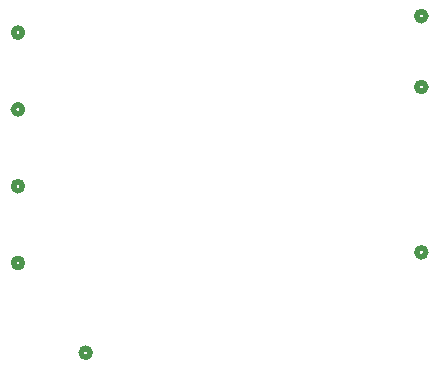
<source format=gbo>
%TF.GenerationSoftware,KiCad,Pcbnew,9.0.0*%
%TF.CreationDate,2025-09-04T17:25:07-04:00*%
%TF.ProjectId,OlfactoryDisplay,4f6c6661-6374-46f7-9279-446973706c61,rev?*%
%TF.SameCoordinates,Original*%
%TF.FileFunction,Legend,Bot*%
%TF.FilePolarity,Positive*%
%FSLAX46Y46*%
G04 Gerber Fmt 4.6, Leading zero omitted, Abs format (unit mm)*
G04 Created by KiCad (PCBNEW 9.0.0) date 2025-09-04 17:25:07*
%MOMM*%
%LPD*%
G01*
G04 APERTURE LIST*
%ADD10C,0.508000*%
%ADD11C,1.270000*%
%ADD12C,1.524000*%
%ADD13R,1.288000X1.288000*%
%ADD14C,1.288000*%
G04 APERTURE END LIST*
D10*
%TO.C,J3*%
X87939402Y-69901700D02*
G75*
G02*
X87177402Y-69901700I-381000J0D01*
G01*
X87177402Y-69901700D02*
G75*
G02*
X87939402Y-69901700I381000J0D01*
G01*
%TO.C,J2*%
X87939401Y-63401700D02*
G75*
G02*
X87177401Y-63401700I-381000J0D01*
G01*
X87177401Y-63401700D02*
G75*
G02*
X87939401Y-63401700I381000J0D01*
G01*
%TO.C,J9*%
X122089400Y-61500000D02*
G75*
G02*
X121327400Y-61500000I-381000J0D01*
G01*
X121327400Y-61500000D02*
G75*
G02*
X122089400Y-61500000I381000J0D01*
G01*
%TO.C,J6*%
X122089400Y-55500000D02*
G75*
G02*
X121327400Y-55500000I-381000J0D01*
G01*
X121327400Y-55500000D02*
G75*
G02*
X122089400Y-55500000I381000J0D01*
G01*
%TO.C,J4*%
X87939401Y-76401700D02*
G75*
G02*
X87177401Y-76401700I-381000J0D01*
G01*
X87177401Y-76401700D02*
G75*
G02*
X87939401Y-76401700I381000J0D01*
G01*
%TO.C,J1*%
X87939401Y-56901700D02*
G75*
G02*
X87177401Y-56901700I-381000J0D01*
G01*
X87177401Y-56901700D02*
G75*
G02*
X87939401Y-56901700I381000J0D01*
G01*
%TO.C,J7*%
X93672599Y-84000000D02*
G75*
G02*
X92910599Y-84000000I-381000J0D01*
G01*
X92910599Y-84000000D02*
G75*
G02*
X93672599Y-84000000I381000J0D01*
G01*
%TO.C,J5*%
X122089401Y-75499999D02*
G75*
G02*
X121327401Y-75499999I-381000J0D01*
G01*
X121327401Y-75499999D02*
G75*
G02*
X122089401Y-75499999I381000J0D01*
G01*
%TD*%
%LPC*%
D11*
%TO.C,J3*%
X84850002Y-69901700D03*
X82850001Y-69901700D03*
%TD*%
%TO.C,J2*%
X84850001Y-63401700D03*
X82850000Y-63401700D03*
%TD*%
D12*
%TO.C,U7*%
X96380000Y-60880000D03*
X96380000Y-63420000D03*
X96380000Y-65960000D03*
X96380000Y-68500000D03*
X96380000Y-71040000D03*
X96380000Y-73580000D03*
X96380000Y-76120000D03*
X111620000Y-76120000D03*
X111620000Y-73580000D03*
X111620000Y-71040000D03*
X111620000Y-68500000D03*
X111620000Y-65960000D03*
X111620000Y-63420000D03*
X111620000Y-60880000D03*
%TD*%
D11*
%TO.C,J9*%
X119000000Y-61500000D03*
X116999999Y-61500000D03*
%TD*%
D13*
%TO.C,PS1*%
X103760000Y-81500000D03*
D14*
X106300000Y-81500000D03*
X113920000Y-81500000D03*
X119000000Y-81500000D03*
%TD*%
D11*
%TO.C,J6*%
X119000000Y-55500000D03*
X116999999Y-55500000D03*
%TD*%
%TO.C,J4*%
X84850001Y-76401700D03*
X82850000Y-76401700D03*
%TD*%
%TO.C,J1*%
X84850001Y-56901700D03*
X82850000Y-56901700D03*
%TD*%
%TO.C,J7*%
X95999999Y-84000000D03*
X98000000Y-84000000D03*
%TD*%
%TO.C,J5*%
X119000001Y-75499999D03*
X117000000Y-75499999D03*
%TD*%
%LPD*%
M02*

</source>
